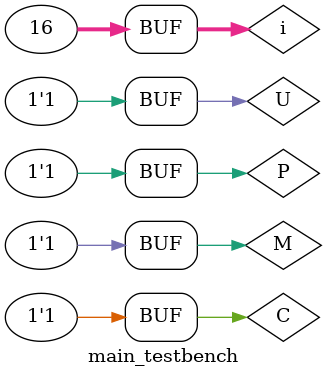
<source format=sv>
module main (HEX2, HEX1, HEX0, discounted, stolen, U, P, C, M);
	input logic U, P, C, M;
	output logic discounted, stolen;
	output logic [6:0] HEX2, HEX1, HEX0;
	
	// Nordstrom's returns
	returns r(.discounted, .stolen, .U, .P, .C, .M);
	
	// Fred's House of Useful Stuff returns
	display d(.HEX2, .HEX1, .HEX0, .U, .P, .C);
endmodule

module main_testbench();
	logic U, P, C, M;
	logic discounted, stolen;
	logic [6:0] HEX2, HEX1, HEX0;
	
	main dut (.HEX2, .HEX1, .HEX0, .discounted, .stolen, .U, .P, .C, .M);

	// try all combinations
	integer i;
	initial begin
		for (i=0; i < 16; i++) begin
			{U, P, C, M} = i; #10;
		end
	end
endmodule

</source>
